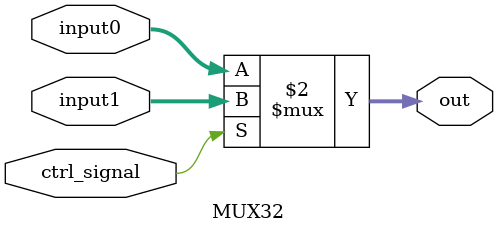
<source format=v>
module MUX32(
    input [31 : 0] input0, input1,
    input ctrl_signal,
    output [31 : 0] out
);

assign out = (ctrl_signal == 0)? input0 : input1;

endmodule
</source>
